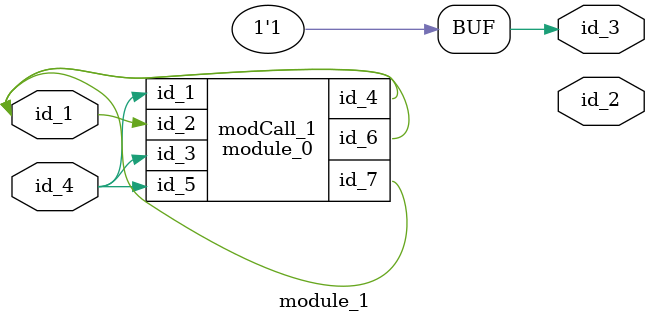
<source format=v>
module module_0 (
    id_1,
    id_2,
    id_3,
    id_4,
    id_5,
    id_6,
    id_7
);
  inout wire id_7;
  inout wire id_6;
  input wire id_5;
  inout wire id_4;
  input wire id_3;
  input wire id_2;
  input wire id_1;
  always @("" or 1)
    if (id_2) id_7 = 1;
    else begin : LABEL_0
      id_6 = id_5;
    end
  assign module_1.id_5 = 0;
endmodule
module module_1 (
    id_1,
    id_2,
    id_3,
    id_4
);
  input wire id_4;
  output wire id_3;
  output wire id_2;
  inout wire id_1;
  module_0 modCall_1 (
      id_4,
      id_1,
      id_4,
      id_1,
      id_4,
      id_1,
      id_1
  );
  always @(1 or 1'b0) begin : LABEL_0
    id_3 = #id_5 1;
  end
endmodule

</source>
